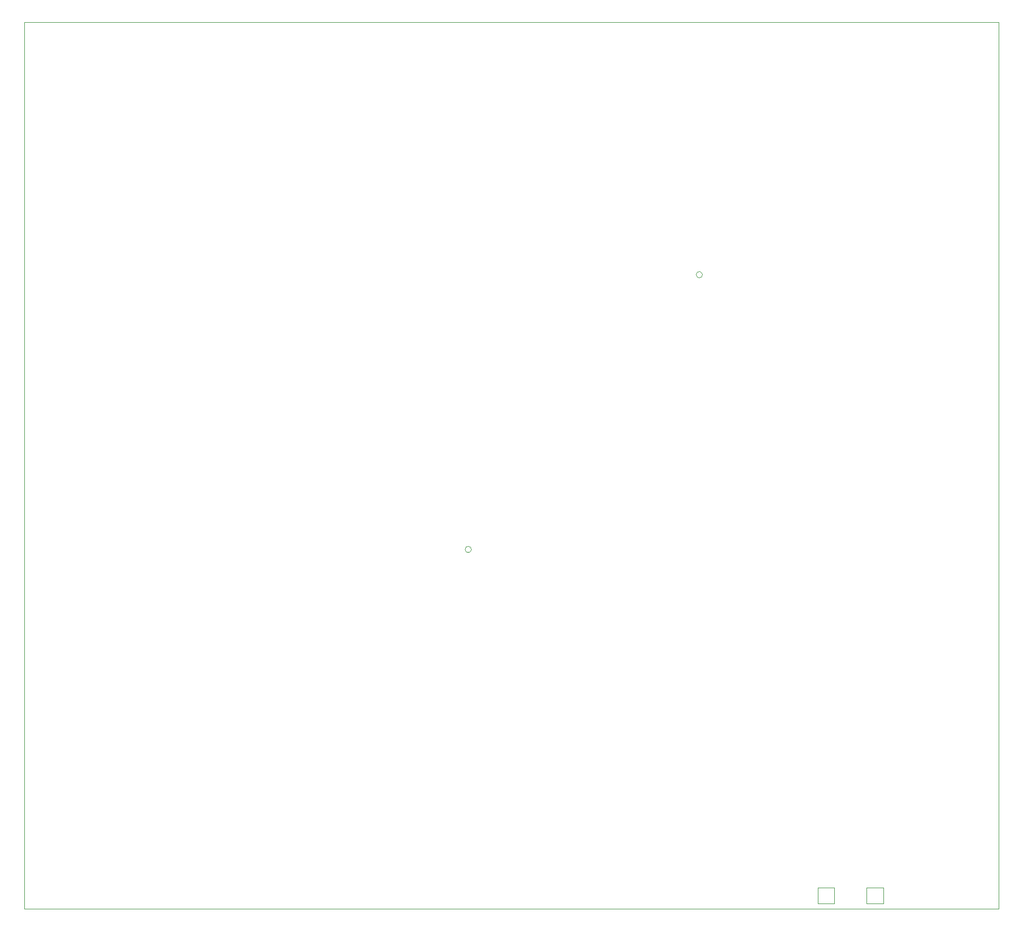
<source format=gm1>
G04 #@! TF.GenerationSoftware,KiCad,Pcbnew,8.0.0-rc1*
G04 #@! TF.CreationDate,2024-11-18T12:36:54+03:00*
G04 #@! TF.ProjectId,Movita_3566_XV_Router_V3.2,4d6f7669-7461-45f3-9335-36365f58565f,REV1*
G04 #@! TF.SameCoordinates,Original*
G04 #@! TF.FileFunction,Profile,NP*
%FSLAX46Y46*%
G04 Gerber Fmt 4.6, Leading zero omitted, Abs format (unit mm)*
G04 Created by KiCad (PCBNEW 8.0.0-rc1) date 2024-11-18 12:36:54*
%MOMM*%
%LPD*%
G01*
G04 APERTURE LIST*
G04 #@! TA.AperFunction,Profile*
%ADD10C,0.050000*%
G04 #@! TD*
G04 APERTURE END LIST*
D10*
X47470000Y-25550000D02*
X203470000Y-25550000D01*
X203470000Y-167550000D01*
X47470000Y-167550000D01*
X47470000Y-25550000D01*
X177140000Y-164190000D02*
X174490000Y-164190000D01*
X174490000Y-166690000D01*
X177140000Y-166690000D01*
X177140000Y-164190000D01*
X182340000Y-164190000D02*
X184990000Y-164190000D01*
X184990000Y-166690000D01*
X182340000Y-166690000D01*
X182340000Y-164190000D01*
X119035000Y-110020000D02*
G75*
G02*
X118035000Y-110020000I-500000J0D01*
G01*
X118035000Y-110020000D02*
G75*
G02*
X119035000Y-110020000I500000J0D01*
G01*
X156035000Y-66020000D02*
G75*
G02*
X155035000Y-66020000I-500000J0D01*
G01*
X155035000Y-66020000D02*
G75*
G02*
X156035000Y-66020000I500000J0D01*
G01*
M02*

</source>
